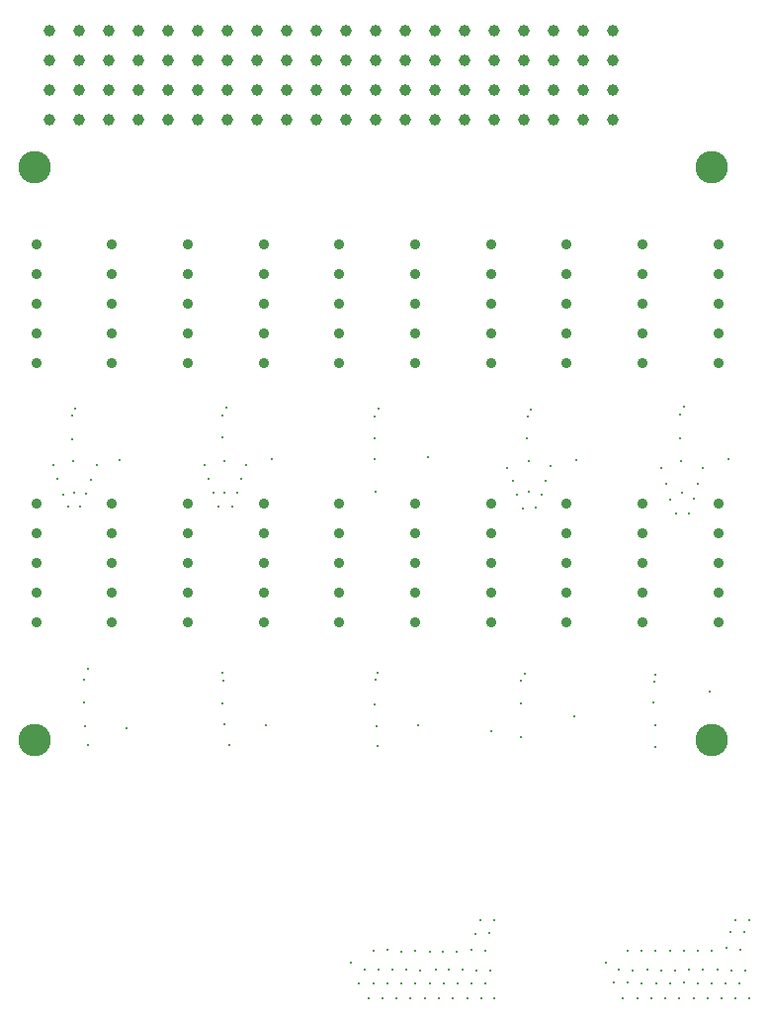
<source format=gbr>
%TF.GenerationSoftware,KiCad,Pcbnew,8.0.1*%
%TF.CreationDate,2024-06-10T14:17:45+05:30*%
%TF.ProjectId,GPIO HAT 1,4750494f-2048-4415-9420-312e6b696361,rev?*%
%TF.SameCoordinates,Original*%
%TF.FileFunction,Plated,1,4,PTH,Drill*%
%TF.FilePolarity,Positive*%
%FSLAX46Y46*%
G04 Gerber Fmt 4.6, Leading zero omitted, Abs format (unit mm)*
G04 Created by KiCad (PCBNEW 8.0.1) date 2024-06-10 14:17:45*
%MOMM*%
%LPD*%
G01*
G04 APERTURE LIST*
%TA.AperFunction,ViaDrill*%
%ADD10C,0.200000*%
%TD*%
%TA.AperFunction,ComponentDrill*%
%ADD11C,0.914400*%
%TD*%
%TA.AperFunction,ComponentDrill*%
%ADD12C,1.000000*%
%TD*%
%TA.AperFunction,ComponentDrill*%
%ADD13C,2.780000*%
%TD*%
G04 APERTURE END LIST*
D10*
X82223200Y-99570400D03*
X82626200Y-100761800D03*
X83103800Y-102034200D03*
X83517300Y-103108100D03*
X83820000Y-97332800D03*
X83870800Y-95300800D03*
X83972400Y-99212400D03*
X84023200Y-101930200D03*
X84109600Y-94676000D03*
X84500800Y-103101000D03*
X84881800Y-117934600D03*
X84881800Y-119890400D03*
X84983400Y-121922400D03*
X85064600Y-102008800D03*
X85216000Y-123522600D03*
X85224700Y-116956700D03*
X85442670Y-100774400D03*
X85948600Y-99570400D03*
X87914800Y-99090800D03*
X88539400Y-122022000D03*
X95166730Y-99519600D03*
X95566730Y-100736400D03*
X95966730Y-101932600D03*
X96418400Y-103050200D03*
X96697800Y-119964200D03*
X96748600Y-95275400D03*
X96748600Y-97205800D03*
X96769000Y-117325000D03*
X96774000Y-117957600D03*
X96870600Y-121719200D03*
X96901000Y-99212400D03*
X96926400Y-101930200D03*
X97078800Y-94615000D03*
X97327800Y-123522600D03*
X97556400Y-103075600D03*
X97989335Y-101907200D03*
X98367400Y-100736400D03*
X98767400Y-99519600D03*
X100431600Y-121767600D03*
X100923000Y-99009200D03*
X107770000Y-142090000D03*
X108440000Y-143860000D03*
X108911000Y-142725000D03*
X109270800Y-145186400D03*
X109675000Y-143901400D03*
X109697600Y-141099400D03*
X109753400Y-119989600D03*
X109773800Y-97284400D03*
X109799200Y-95354000D03*
X109799200Y-99034600D03*
X109824600Y-101780200D03*
X109829600Y-117906800D03*
X109978000Y-121871600D03*
X110002400Y-117350400D03*
X110053200Y-123573400D03*
X110102800Y-142725000D03*
X110129400Y-94719000D03*
X110464600Y-145186400D03*
X110866000Y-141023200D03*
X110875000Y-143901400D03*
X111302800Y-142725000D03*
X111658400Y-145186400D03*
X112075000Y-143901400D03*
X112085200Y-141201000D03*
X112476600Y-142750400D03*
X112852200Y-145186400D03*
X113228200Y-141074000D03*
X113275000Y-143901400D03*
X113512600Y-121818400D03*
X113676600Y-142775800D03*
X114071400Y-145186400D03*
X114325400Y-98882200D03*
X114472800Y-141150200D03*
X114475000Y-143901400D03*
X114980800Y-142725000D03*
X115265200Y-145186400D03*
X115641200Y-141175600D03*
X115675000Y-143901400D03*
X116112600Y-142750400D03*
X116459000Y-145186400D03*
X116835000Y-141201000D03*
X116875000Y-143901400D03*
X117322600Y-142699600D03*
X117703600Y-145186400D03*
X118054200Y-141023200D03*
X118075000Y-143901400D03*
X118389400Y-139626200D03*
X118516800Y-142775800D03*
X118816200Y-138449700D03*
X118872000Y-145186400D03*
X119248000Y-141124800D03*
X119275000Y-143901400D03*
X119603600Y-139541900D03*
X119705200Y-142826600D03*
X119735600Y-122351800D03*
X120035400Y-138449700D03*
X120040400Y-145186400D03*
X121127600Y-99773600D03*
X121611730Y-100876000D03*
X121991200Y-102085000D03*
X122275600Y-119938800D03*
X122326400Y-118008400D03*
X122326400Y-122834400D03*
X122428000Y-103253400D03*
X122605800Y-117398800D03*
X122809000Y-97282000D03*
X122859800Y-95402400D03*
X122936000Y-99187000D03*
X123012200Y-101828600D03*
X123151900Y-94805500D03*
X123576421Y-103202600D03*
X124053600Y-102059600D03*
X124412400Y-100876000D03*
X124812400Y-99646600D03*
X126873000Y-121031000D03*
X127028200Y-99085400D03*
X129560000Y-142090000D03*
X130251200Y-143836800D03*
X130708400Y-142750400D03*
X131062000Y-145163000D03*
X131465400Y-141074000D03*
X131470400Y-143836800D03*
X131902200Y-142775800D03*
X132257800Y-145161000D03*
X132659200Y-141099400D03*
X132664200Y-143862200D03*
X133096000Y-142725000D03*
X133451600Y-145186400D03*
X133680200Y-119888000D03*
X133726000Y-118112400D03*
X133776800Y-123624200D03*
X133807200Y-117480697D03*
X133807200Y-121818400D03*
X133853000Y-141124800D03*
X133858000Y-143862200D03*
X134294000Y-142775800D03*
X134309000Y-99824400D03*
X134645400Y-145186400D03*
X134733330Y-101184881D03*
X135046800Y-141074000D03*
X135051800Y-143862200D03*
X135097660Y-102491400D03*
X135483600Y-142775800D03*
X135580200Y-103659800D03*
X135864600Y-145186400D03*
X135890000Y-97282000D03*
X135966200Y-95224600D03*
X136017000Y-99161600D03*
X136118600Y-101930200D03*
X136240600Y-141074000D03*
X136262000Y-143853200D03*
X136271000Y-94564200D03*
X136680649Y-103659800D03*
X136702800Y-142699600D03*
X137083800Y-145186400D03*
X137116649Y-102415200D03*
X137459800Y-141124800D03*
X137464800Y-143862200D03*
X137480979Y-101139400D03*
X137896600Y-142674200D03*
X137909000Y-99799000D03*
X138277600Y-145186400D03*
X138455400Y-118897400D03*
X138650000Y-143931400D03*
X138679000Y-141124800D03*
X139136200Y-142674200D03*
X139471400Y-145186400D03*
X139852400Y-143862200D03*
X139872800Y-140870800D03*
X140081000Y-99034600D03*
X140228400Y-139516500D03*
X140304600Y-142775800D03*
X140639800Y-138449700D03*
X140690600Y-145186400D03*
X141046200Y-143862200D03*
X141066600Y-141023200D03*
X141447600Y-139465700D03*
X141478000Y-142826600D03*
X141879400Y-138449700D03*
X141884400Y-145186400D03*
D11*
%TO.C,J3*%
X80772000Y-80619600D03*
X80772000Y-83159600D03*
X80772000Y-85699600D03*
X80772000Y-88239600D03*
X80772000Y-90779600D03*
%TO.C,J1*%
X80772000Y-102819200D03*
X80772000Y-105359200D03*
X80772000Y-107899200D03*
X80772000Y-110439200D03*
X80772000Y-112979200D03*
%TO.C,J4*%
X87265933Y-80619600D03*
X87265933Y-83159600D03*
X87265933Y-85699600D03*
X87265933Y-88239600D03*
X87265933Y-90779600D03*
%TO.C,J2*%
X87265933Y-102819200D03*
X87265933Y-105359200D03*
X87265933Y-107899200D03*
X87265933Y-110439200D03*
X87265933Y-112979200D03*
%TO.C,J7*%
X93759866Y-80619600D03*
X93759866Y-83159600D03*
X93759866Y-85699600D03*
X93759866Y-88239600D03*
X93759866Y-90779600D03*
%TO.C,J5*%
X93759866Y-102819200D03*
X93759866Y-105359200D03*
X93759866Y-107899200D03*
X93759866Y-110439200D03*
X93759866Y-112979200D03*
%TO.C,J8*%
X100253799Y-80619600D03*
X100253799Y-83159600D03*
X100253799Y-85699600D03*
X100253799Y-88239600D03*
X100253799Y-90779600D03*
%TO.C,J6*%
X100253799Y-102819200D03*
X100253799Y-105359200D03*
X100253799Y-107899200D03*
X100253799Y-110439200D03*
X100253799Y-112979200D03*
%TO.C,J11*%
X106747732Y-80619600D03*
X106747732Y-83159600D03*
X106747732Y-85699600D03*
X106747732Y-88239600D03*
X106747732Y-90779600D03*
%TO.C,J9*%
X106747732Y-102819200D03*
X106747732Y-105359200D03*
X106747732Y-107899200D03*
X106747732Y-110439200D03*
X106747732Y-112979200D03*
%TO.C,J12*%
X113241665Y-80619600D03*
X113241665Y-83159600D03*
X113241665Y-85699600D03*
X113241665Y-88239600D03*
X113241665Y-90779600D03*
%TO.C,J10*%
X113241665Y-102819200D03*
X113241665Y-105359200D03*
X113241665Y-107899200D03*
X113241665Y-110439200D03*
X113241665Y-112979200D03*
%TO.C,J13*%
X119735598Y-80619600D03*
X119735598Y-83159600D03*
X119735598Y-85699600D03*
X119735598Y-88239600D03*
X119735598Y-90779600D03*
%TO.C,J15*%
X119735598Y-102819200D03*
X119735598Y-105359200D03*
X119735598Y-107899200D03*
X119735598Y-110439200D03*
X119735598Y-112979200D03*
%TO.C,J14*%
X126229531Y-80619600D03*
X126229531Y-83159600D03*
X126229531Y-85699600D03*
X126229531Y-88239600D03*
X126229531Y-90779600D03*
%TO.C,J16*%
X126229531Y-102819200D03*
X126229531Y-105359200D03*
X126229531Y-107899200D03*
X126229531Y-110439200D03*
X126229531Y-112979200D03*
%TO.C,J17*%
X132723464Y-80619600D03*
X132723464Y-83159600D03*
X132723464Y-85699600D03*
X132723464Y-88239600D03*
X132723464Y-90779600D03*
%TO.C,J19*%
X132723464Y-102819200D03*
X132723464Y-105359200D03*
X132723464Y-107899200D03*
X132723464Y-110439200D03*
X132723464Y-112979200D03*
%TO.C,J18*%
X139217400Y-80619600D03*
X139217400Y-83159600D03*
X139217400Y-85699600D03*
X139217400Y-88239600D03*
X139217400Y-90779600D03*
%TO.C,J20*%
X139217400Y-102819200D03*
X139217400Y-105359200D03*
X139217400Y-107899200D03*
X139217400Y-110439200D03*
X139217400Y-112979200D03*
D12*
%TO.C,J24*%
X81885400Y-62349700D03*
X81885400Y-64889700D03*
%TO.C,J23*%
X81885400Y-67429700D03*
X81885400Y-69969700D03*
%TO.C,J24*%
X84425400Y-62349700D03*
X84425400Y-64889700D03*
%TO.C,J23*%
X84425400Y-67429700D03*
X84425400Y-69969700D03*
%TO.C,J24*%
X86965400Y-62349700D03*
X86965400Y-64889700D03*
%TO.C,J23*%
X86965400Y-67429700D03*
X86965400Y-69969700D03*
%TO.C,J24*%
X89505400Y-62349700D03*
X89505400Y-64889700D03*
%TO.C,J23*%
X89505400Y-67429700D03*
X89505400Y-69969700D03*
%TO.C,J24*%
X92045400Y-62349700D03*
X92045400Y-64889700D03*
%TO.C,J23*%
X92045400Y-67429700D03*
X92045400Y-69969700D03*
%TO.C,J24*%
X94585400Y-62349700D03*
X94585400Y-64889700D03*
%TO.C,J23*%
X94585400Y-67429700D03*
X94585400Y-69969700D03*
%TO.C,J24*%
X97125400Y-62349700D03*
X97125400Y-64889700D03*
%TO.C,J23*%
X97125400Y-67429700D03*
X97125400Y-69969700D03*
%TO.C,J24*%
X99665400Y-62349700D03*
X99665400Y-64889700D03*
%TO.C,J23*%
X99665400Y-67429700D03*
X99665400Y-69969700D03*
%TO.C,J24*%
X102205400Y-62349700D03*
X102205400Y-64889700D03*
%TO.C,J23*%
X102205400Y-67429700D03*
X102205400Y-69969700D03*
%TO.C,J24*%
X104745400Y-62349700D03*
X104745400Y-64889700D03*
%TO.C,J23*%
X104745400Y-67429700D03*
X104745400Y-69969700D03*
%TO.C,J24*%
X107285400Y-62349700D03*
X107285400Y-64889700D03*
%TO.C,J23*%
X107285400Y-67429700D03*
X107285400Y-69969700D03*
%TO.C,J24*%
X109825400Y-62349700D03*
X109825400Y-64889700D03*
%TO.C,J23*%
X109825400Y-67429700D03*
X109825400Y-69969700D03*
%TO.C,J24*%
X112365400Y-62349700D03*
X112365400Y-64889700D03*
%TO.C,J23*%
X112365400Y-67429700D03*
X112365400Y-69969700D03*
%TO.C,J24*%
X114905400Y-62349700D03*
X114905400Y-64889700D03*
%TO.C,J23*%
X114905400Y-67429700D03*
X114905400Y-69969700D03*
%TO.C,J24*%
X117445400Y-62349700D03*
X117445400Y-64889700D03*
%TO.C,J23*%
X117445400Y-67429700D03*
X117445400Y-69969700D03*
%TO.C,J24*%
X119985400Y-62349700D03*
X119985400Y-64889700D03*
%TO.C,J23*%
X119985400Y-67429700D03*
X119985400Y-69969700D03*
%TO.C,J24*%
X122525400Y-62349700D03*
X122525400Y-64889700D03*
%TO.C,J23*%
X122525400Y-67429700D03*
X122525400Y-69969700D03*
%TO.C,J24*%
X125065400Y-62349700D03*
X125065400Y-64889700D03*
%TO.C,J23*%
X125065400Y-67429700D03*
X125065400Y-69969700D03*
%TO.C,J24*%
X127605400Y-62349700D03*
X127605400Y-64889700D03*
%TO.C,J23*%
X127605400Y-67429700D03*
X127605400Y-69969700D03*
%TO.C,J24*%
X130145400Y-62349700D03*
X130145400Y-64889700D03*
%TO.C,J23*%
X130145400Y-67429700D03*
X130145400Y-69969700D03*
D13*
%TO.C,*%
X80640000Y-123031900D03*
X80665400Y-74060700D03*
X138640000Y-74009900D03*
X138640000Y-123031900D03*
M02*

</source>
